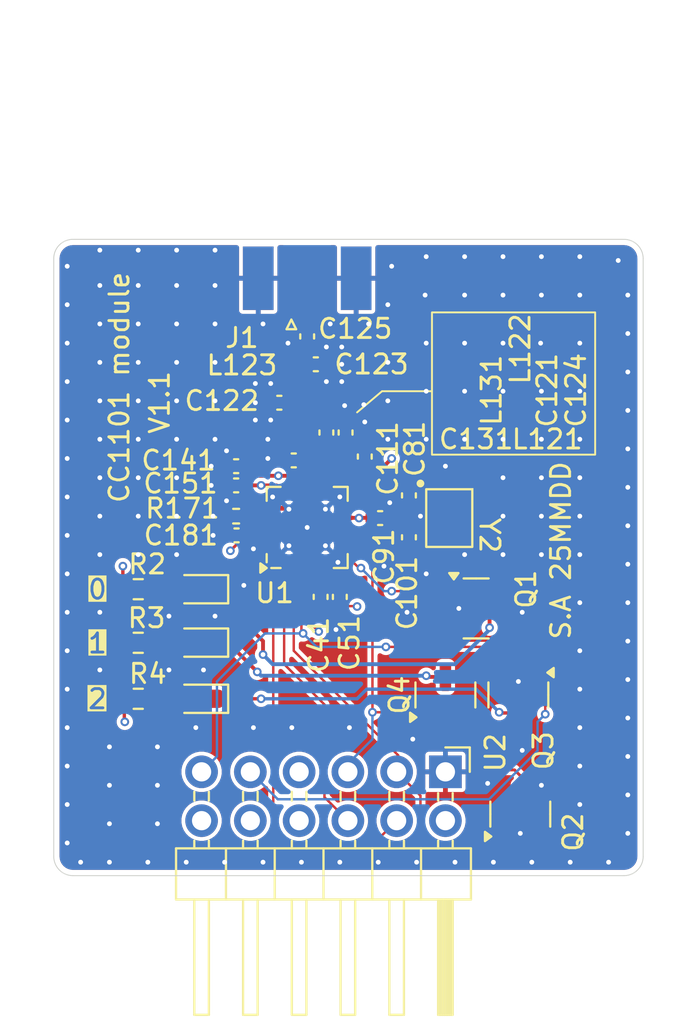
<source format=kicad_pcb>
(kicad_pcb (version 20241229) (generator "pcbnew") (generator_version "9.0")
  (title_block (comment 4 "AISLER Project ID: JYOHLIXK"))
  (layers (0 "F.Cu" signal) (4 "In1.Cu" signal) (6 "In2.Cu" signal) (2 "B.Cu" signal) (13 "F.Paste" user) (15 "B.Paste" user) (5 "F.SilkS" user "F.Silkscreen") (7 "B.SilkS" user "B.Silkscreen") (1 "F.Mask" user) (3 "B.Mask" user) (25 "Edge.Cuts" user))
  (net 0 "")
  (net 1 "GND")
  (net 2 "Net-(U1-XOSC_Q2)")
  (net 3 "Net-(U1-XOSC_Q1)")
  (net 4 "Net-(U1-RF_P)")
  (net 5 "VCC")
  (net 6 "Net-(U1-DCOUPL)")
  (net 7 "Net-(J1-In)")
  (net 8 "Net-(U1-RF_N)")
  (net 9 "Net-(D1-A)")
  (net 10 "Net-(D1-K)")
  (net 11 "Net-(D2-A)")
  (net 12 "Net-(D2-K)")
  (net 13 "Net-(D3-A)")
  (net 14 "Net-(D3-K)")
  (net 15 "GDO_0")
  (net 16 "MISO{slash}GDO_1")
  (net 17 "Net-(Q2-D)")
  (net 18 "GDO_2")
  (net 19 "~{CS}")
  (net 20 "Net-(U1-RBIAS)")
  (net 21 "MOSI")
  (net 22 "SCK")
  (net 27 "Net-(C121-Pad2)")
  (net 28 "Net-(C122-Pad2)")
  (net 29 "Net-(C123-Pad2)")
  (net 30 "Net-(C124-Pad2)")
  (footprint "Connector_RF:GCT RFPC-SMA31-FN-095" (layer "F.Cu") (at 141.8 69.925)
    (property "Reference" "J1")
    (property "Value" "SMA")
  )
  (footprint "Capacitor_SMD:C_0402_1005Metric" (layer "F.Cu") (at 142.25 76.1 180)
    (property "Reference" "C123")
    (property "Value" "5p6")
  )
  (footprint "Capacitor_SMD:C_0402_1005Metric" (layer "F.Cu") (at 144.8 80.9 -90)
    (property "Reference" "C111")
    (property "Value" "220p")
  )
  (footprint "Package_TO_SOT_SMD:SOT-23" (layer "F.Cu") (at 152.8 93.3 -90)
    (property "Reference" "Q3")
    (property "Value" "BSS138")
  )
  (footprint "Capacitor_SMD:C_0402_1005Metric" (layer "F.Cu") (at 143.5 88.2 90)
    (property "Reference" "C51")
    (property "Value" "100n")
  )
  (footprint "Capacitor_SMD:C_0402_1005Metric" (layer "F.Cu") (at 145.6 84.1 180)
    (property "Reference" "C91")
    (property "Value" "10n")
  )
  (footprint "Connector_PinHeader_2.54mm:PinHeader_2x06_P2.54mm_Horizontal" (layer "F.Cu") (at 149 97.3 -90)
    (property "Reference" "U2")
    (property "Value" "module_port_12pin")
  )
  (footprint "Package_TO_SOT_SMD:SOT-23" (layer "F.Cu") (at 150.6 88.8)
    (property "Reference" "Q1")
    (property "Value" "BSS138")
  )
  (footprint "Package_DFN_QFN:Texas_RGP0020H_VQFN-20-1EP_4x4mm_P0.5mm_EP2.4x2.4mm_ThermalVias" (layer "F.Cu") (at 141.8 84.5875 90)
    (property "Reference" "U1")
    (property "Value" "CC1101")
  )
  (footprint "Capacitor_SMD:C_0402_1005Metric" (layer "F.Cu") (at 143.8 79.65 -90)
    (property "Reference" "C124")
    (property "Value" "220p")
  )
  (footprint "Inductor_SMD:L_0402_1005Metric" (layer "F.Cu") (at 140.8 76.65 90)
    (property "Reference" "L123")
    (property "Value" "27n")
  )
  (footprint "Capacitor_SMD:C_0402_1005Metric" (layer "F.Cu") (at 141.8 74.65 90)
    (property "Reference" "C125")
    (property "Value" "220p")
  )
  (footprint "Capacitor_SMD:C_0402_1005Metric" (layer "F.Cu") (at 140.35 78.1)
    (property "Reference" "C122")
    (property "Value" "8p2")
  )
  (footprint "Capacitor_SMD:C_0402_1005Metric" (layer "F.Cu") (at 141.1 81.1)
    (property "Reference" "C131")
    (property "Value" "3p9")
  )
  (footprint "Resistor_SMD:R_0402_1005Metric" (layer "F.Cu") (at 138.1 84 180)
    (property "Reference" "R171")
    (property "Value" "56k")
  )
  (footprint "Capacitor_SMD:C_0402_1005Metric" (layer "F.Cu") (at 138.12 85 180)
    (property "Reference" "C181")
    (property "Value" "220p")
  )
  (footprint "LED_SMD:LED_0603_1608Metric" (layer "F.Cu") (at 136.2 93.5 180)
    (property "Reference" "D1" (hide yes))
    (property "Value" "GREEN")
  )
  (footprint "Inductor_SMD:L_0402_1005Metric" (layer "F.Cu") (at 143 81.1 180)
    (property "Reference" "L121")
    (property "Value" "27n")
  )
  (footprint "LED_SMD:LED_0603_1608Metric" (layer "F.Cu") (at 136.2 90.577326 180)
    (property "Reference" "D2" (hide yes))
    (property "Value" "GREEN")
  )
  (footprint "Capacitor_SMD:C_0402_1005Metric" (layer "F.Cu") (at 142.5 88.2 90)
    (property "Reference" "C41")
    (property "Value" "100n")
  )
  (footprint "Capacitor_SMD:C_0402_1005Metric" (layer "F.Cu") (at 142.8 79.65 90)
    (property "Reference" "C121")
    (property "Value" "3p9")
  )
  (footprint "Oscillators:CX2016SA26000D0FLJG1" (layer "F.Cu") (at 149.2 84.1 -90)
    (property "Reference" "Y2")
    (property "Value" "CX2016SA26000D0FLJG1")
  )
  (footprint "Capacitor_SMD:C_0402_1005Metric" (layer "F.Cu") (at 147.1 85.1 90)
    (property "Reference" "C101")
    (property "Value" "13p")
  )
  (footprint "Package_TO_SOT_SMD:SOT-23" (layer "F.Cu") (at 149 93.3 90)
    (property "Reference" "Q4")
    (property "Value" "BSS138")
  )
  (footprint "Inductor_SMD:L_0402_1005Metric" (layer "F.Cu") (at 141.8 78.5 90)
    (property "Reference" "L122")
    (property "Value" "22n")
  )
  (footprint "Inductor_SMD:L_0402_1005Metric" (layer "F.Cu") (at 140.8 79.65 90)
    (property "Reference" "L131")
    (property "Value" "27n")
  )
  (footprint "LED_SMD:LED_0603_1608Metric" (layer "F.Cu") (at 136.2 87.8 180)
    (property "Reference" "D3" (hide yes))
    (property "Value" "GREEN")
  )
  (footprint "Capacitor_SMD:C_0402_1005Metric" (layer "F.Cu") (at 147.1 82.92 -90)
    (property "Reference" "C81")
    (property "Value" "13p")
  )
  (footprint "Resistor_SMD:R_0603_1608Metric" (layer "F.Cu") (at 133 93.5)
    (property "Reference" "R4")
    (property "Value" "560")
  )
  (footprint "Package_TO_SOT_SMD:SOT-23" (layer "F.Cu") (at 152.9 99.5 90)
    (property "Reference" "Q2")
    (property "Value" "BSS138")
  )
  (footprint "Resistor_SMD:R_0603_1608Metric" (layer "F.Cu") (at 133 90.587326)
    (property "Reference" "R3")
    (property "Value" "560")
  )
  (footprint "Capacitor_SMD:C_0402_1005Metric" (layer "F.Cu") (at 138.1 81.4)
    (property "Reference" "C141")
    (property "Value" "10n")
  )
  (footprint "Capacitor_SMD:C_0402_1005Metric" (layer "F.Cu") (at 138.1 82.4)
    (property "Reference" "C151")
    (property "Value" "220p")
  )
  (footprint "Resistor_SMD:R_0603_1608Metric" (layer "F.Cu") (at 133 87.8)
    (property "Reference" "R2")
    (property "Value" "560")
  )
  (gr_line (start 148.3 77.5) (end 145.7 77.5) (stroke (width 0.1)) (layer "F.SilkS"))
  (gr_line (start 145.7 77.5) (end 144.4 78.6) (stroke (width 0.1)) (layer "F.SilkS"))
  (gr_rect (start 148.3 73.4) (end 156.8 80.8) (stroke (width 0.1)) (fill no) (layer "F.SilkS"))
  (gr_arc (start 129.6 102.7) (mid 128.892893 102.407107) (end 128.6 101.7) (stroke (width 0.05)) (layer "Edge.Cuts"))
  (gr_line (start 159.3 70.6) (end 159.3 101.7) (stroke (width 0.05)) (layer "Edge.Cuts"))
  (gr_line (start 158.3 102.7) (end 129.6 102.7) (stroke (width 0.05)) (layer "Edge.Cuts"))
  (gr_arc (start 128.6 70.6) (mid 128.892893 69.892893) (end 129.6 69.6) (stroke (width 0.05)) (layer "Edge.Cuts"))
  (gr_line (start 129.6 69.6) (end 158.3 69.6) (stroke (width 0.05)) (layer "Edge.Cuts"))
  (gr_arc (start 158.3 69.6) (mid 159.007107 69.892893) (end 159.3 70.6) (stroke (width 0.05)) (layer "Edge.Cuts"))
  (gr_arc (start 159.3 101.7) (mid 159.007107 102.407107) (end 158.3 102.7) (stroke (width 0.05)) (layer "Edge.Cuts"))
  (gr_line (start 128.6 101.7) (end 128.6 70.6) (stroke (width 0.05)) (layer "Edge.Cuts"))
  (gr_text "V1.1" (at 134.7 79.8 90) (layer "F.SilkS") (effects (font (size 1 1)) (justify left bottom)))
  (gr_text "S.A 25MMDD" (at 155.6 90.5 90) (layer "F.SilkS") (effects (font (size 1 1)) (justify left bottom)))
  (gr_text "0" (at 130.3 88.4 0) (layer "F.SilkS" knockout) (effects (font (size 1 1)) (justify left bottom)))
  (gr_text "1\n" (at 130.3 91.2 0) (layer "F.SilkS" knockout) (effects (font (size 1 1)) (justify left bottom)))
  (gr_text "CC1101 module" (at 132.6 83.4 90) (layer "F.SilkS") (effects (font (size 1 1)) (justify left bottom)))
  (gr_text "2\n" (at 130.3 94.1 0) (layer "F.SilkS" knockout) (effects (font (size 1 1)) (justify left bottom)))
  (segment (start 139.425001 85.0875) (end 138.912501 85.6) (width 0.125) (layer "F.Cu") (net 1))
  (segment (start 142.75 83.6375) (end 143.1875 83.2) (width 0.125) (layer "F.Cu") (net 1))
  (segment (start 139.9125 85.0875) (end 141.3 85.0875) (width 0.25) (layer "F.Cu") (net 1))
  (segment (start 140.62 81.1) (end 140.2 81.1) (width 0.125) (layer "F.Cu") (net 1))
  (segment (start 148.65 84.8) (end 148 84.8) (width 0.25) (layer "F.Cu") (net 1))
  (segment (start 142.5 89.1) (end 143.3 89.9) (width 0.125) (layer "F.Cu") (net 1))
  (segment (start 142.75 85.5375) (end 143.2 85.9875) (width 0.125) (layer "F.Cu") (net 1))
  (segment (start 140.85 83.6375) (end 140.4125 83.2) (width 0.125) (layer "F.Cu") (net 1))
  (segment (start 139.9125 85.0875) (end 139.425001 85.0875) (width 0.125) (layer "F.Cu") (net 1))
  (segment (start 140.8 83.5875) (end 140.85 83.6375) (width 0.125) (layer "F.Cu") (net 1))
  (segment (start 139.9125 83.5875) (end 140.8 83.5875) (width 0.25) (layer "F.Cu") (net 1))
  (segment (start 142.5 88.68) (end 142.5 89.1) (width 0.125) (layer "F.Cu") (net 1))
  (via (at 154 80) (size 0.45) (drill 0.25) (layers "F.Cu" "B.Cu") (net 1))
  (via (at 136.9 84) (size 0.45) (drill 0.25) (layers "F.Cu" "B.Cu") (net 1))
  (via (at 158.5 86.5) (size 0.45) (drill 0.25) (layers "F.Cu" "B.Cu") (net 1))
  (via (at 152 72.5) (size 0.45) (drill 0.25) (layers "F.Cu" "B.Cu") (net 1))
  (via (at 150 72.5) (size 0.45) (drill 0.25) (layers "F.Cu" "B.Cu") (net 1))
  (via (at 131 80) (size 0.45) (drill 0.25) (layers "F.Cu" "B.Cu") (net 1))
  (via (at 148 75) (size 0.45) (drill 0.25) (layers "F.Cu" "B.Cu") (net 1))
  (via (at 137 70.163273) (size 0.45) (drill 0.25) (layers "F.Cu" "B.Cu") (net 1))
  (via (at 135 82) (size 0.45) (drill 0.25) (layers "F.Cu" "B.Cu") (net 1))
  (via (at 146.2 71) (size 0.45) (drill 0.25) (layers "F.Cu" "B.Cu") (net 1))
  (via (at 156 91) (size 0.45) (drill 0.25) (layers "F.Cu" "B.Cu") (net 1))
  (via (at 158.5 72.5) (size 0.45) (drill 0.25) (layers "F.Cu" "B.Cu") (net 1))
  (via (at 136.4 92) (size 0.45) (drill 0.25) (layers "F.Cu" "B.Cu") (net 1))
  (via (at 154 86) (size 0.45) (drill 0.25) (layers "F.Cu" "B.Cu") (net 1))
  (via (at 130 102) (size 0.45) (drill 0.25) (layers "F.Cu" "B.Cu") (net 1))
  (via (at 149.5 102) (size 0.45) (drill 0.25) (layers "F.Cu" "B.Cu") (net 1))
  (via (at 131.5 100) (size 0.45) (drill 0.25) (layers "F.Cu" "B.Cu") (net 1))
  (via (at 146 76) (size 0.45) (drill 0.25) (layers "F.Cu" "B.Cu") (net 1))
  (via (at 156 95) (size 0.45) (drill 0.25) (layers "F.Cu" "B.Cu") (net 1))
  (via (at 143.75 78.25) (size 0.45) (drill 0.25) (layers "F.Cu" "B.Cu") (net 1))
  (via (at 154 98) (size 0.45) (drill 0.25) (layers "F.Cu" "B.Cu") (net 1))
  (via (at 144.75 78.2) (size 0.45) (drill 0.25) (layers "F.Cu" "B.Cu") (net 1))
  (via (at 156 93) (size 0.45) (drill 0.25) (layers "F.Cu" "B.Cu") (net 1))
  (via (at 134.6 89.2) (size 0.45) (drill 0.25) (layers "F.Cu" "B.Cu") (net 1))
  (via (at 156 80) (size 0.45) (drill 0.25) (layers "F.Cu" "B.Cu") (net 1))
  (via (at 135 84) (size 0.45) (drill 0.25) (layers "F.Cu" "B.Cu") (net 1))
  (via (at 147.94236 72.5) (size 0.45) (drill 0.25) (layers "F.Cu" "B.Cu") (net 1))
  (via (at 133 86) (size 0.45) (drill 0.25) (layers "F.Cu" "B.Cu") (net 1))
  (via (at 131 72) (size 0.45) (drill 0.25) (layers "F.Cu" "B.Cu") (net 1))
  (via (at 137.6 80.6) (size 0.45) (drill 0.25) (layers "F.Cu" "B.Cu") (net 1))
  (via (at 139.9 77.1) (size 0.45) (drill 0.25) (layers "F.Cu" "B.Cu") (net 1))
  (via (at 144.8 79.1) (size 0.45) (drill 0.25) (layers "F.Cu" "B.Cu") (net 1))
  (via (at 154 84) (size 0.45) (drill 0.25) (layers "F.Cu" "B.Cu") (net 1))
  (via (at 156 82) (size 0.45) (drill 0.25) (layers "F.Cu" "B.Cu") (net 1))
  (via (at 133 84) (size 0.45) (drill 0.25) (layers "F.Cu" "B.Cu") (net 1))
  (via (at 148 87) (size 0.45) (drill 0.25) (layers "F.Cu" "B.Cu") (net 1))
  (via (at 147 89) (size 0.45) (drill 0.25) (layers "F.Cu" "B.Cu") (net 1))
  (via (at 157.5 102) (size 0.45) (drill 0.25) (layers "F.Cu" "B.Cu") (net 1))
  (via (at 137 78) (size 0.45) (drill 0.25) (layers "F.Cu" "B.Cu") (net 1))
  (via (at 141.5 102) (size 0.45) (drill 0.25) (layers "F.Cu" "B.Cu") (net 1))
  (via (at 156 86) (size 0.45) (drill 0.25) (layers "F.Cu" "B.Cu") (net 1))
  (via (at 129.3 79) (size 0.45) (drill 0.25) (layers "F.Cu" "B.Cu") (net 1))
  (via (at 156 84) (size 0.45) (drill 0.25) (layers "F.Cu" "B.Cu") (net 1))
  (via (at 146 80) (size 0.45) (drill 0.25) (layers "F.Cu" "B.Cu") (net 1))
  (via (at 153.958111 75) (size 0.45) (drill 0.25) (layers "F.Cu" "B.Cu") (net 1))
  (via (at 133 78) (size 0.45) (drill 0.25) (layers "F.Cu" "B.Cu") (net 1))
  (via (at 150 77.5) (size 0.45) (drill 0.25) (layers "F.Cu" "B.Cu") (net 1))
  (via (at 158.5 100.5) (size 0.45) (drill 0.25) (layers "F.Cu" "B.Cu") (net 1))
  (via (at 148 70.5) (size 0.45) (drill 0.25) (layers "F.Cu" "B.Cu") (net 1))
  (via (at 135 74) (size 0.45) (drill 0.25) (layers "F.Cu" "B.Cu") (net 1))
  (via (at 158 70.7) (size 0.45) (drill 0.25) (layers "F.Cu" "B.Cu") (net 1))
  (via (at 149 81.4) (size 0.45) (drill 0.25) (layers "F.Cu" "B.Cu") (net 1))
  (via (at 154 70.5) (size 0.45) (drill 0.25) (layers "F.Cu" "B.Cu") (net 1))
  (via (at 144 95) (size 0.45) (drill 0.25) (layers "F.Cu" "B.Cu") (net 1))
  (via (at 155.5 102) (size 0.45) (drill 0.25) (layers "F.Cu" "B.Cu") (net 1))
  (via (at 133 80) (size 0.45) (drill 0.25) (layers "F.Cu" "B.Cu") (net 1))
  (via (at 158.5 76.5) (size 0.45) (drill 0.25) (layers "F.Cu" "B.Cu") (net 1))
  (via (at 146.1 83.3) (size 0.45) (drill 0.25) (layers "F.Cu" "B.Cu") (net 1))
  (via (at 135.5 102) (size 0.45) (drill 0.25) (layers "F.Cu" "B.Cu") (net 1))
  (via (at 135 72) (size 0.45) (drill 0.25) (layers "F.Cu" "B.Cu") (net 1))
  (via (at 145 74) (size 0.45) (drill 0.25) (layers "F.Cu" "B.Cu") (net 1))
  (via (at 134 100) (size 0.45) (drill 0.25) (layers "F.Cu" "B.Cu") (net 1))
  (via (at 156 75) (size 0.45) (drill 0.25) (layers "F.Cu" "B.Cu") (net 1))
  (via (at 139 85.7) (size 0.45) (drill 0.25) (layers "F.Cu" "B.Cu") (net 1))
  (via (at 137 72) (size 0.45) (drill 0.25) (layers "F.Cu" "B.Cu") (net 1))
  (via (at 136.8 82.4) (size 0.45) (drill 0.25) (layers "F.Cu" "B.Cu") (net 1))
  (via (at 129.3 81) (size 0.45) (drill 0.25) (layers "F.Cu" "B.Cu") (net 1))
  (via (at 152 75) (size 0.45) (drill 0.25) (layers "F.Cu" "B.Cu") (net 1))
  (via (at 129.3 85) (size 0.45) (drill 0.25) (layers "F.Cu" "B.Cu") (net 1))
  (via (at 137 80) (size 0.45) (drill 0.25) (layers "F.Cu" "B.Cu") (net 1))
  (via (at 135 78) (size 0.45) (drill 0.25) (layers "F.Cu" "B.Cu") (net 1))
  (via (at 129.3 91) (size 0.45) (drill 0.25) (layers "F.Cu" "B.Cu") (net 1))
  (via (at 143.6 75.2) (size 0.45) (drill 0.25) (layers "F.Cu" "B.Cu") (net 1))
  (via (at 140.8 75) (size 0.45) (drill 0.25) (layers "F.Cu" "B.Cu") (net 1))
  (via (at 131.5 102) (size 0.45) (drill 0.25) (layers "F.Cu" "B.Cu") (net 1))
  (via (at 135 80) (size 0.45) (drill 0.25) (layers "F.Cu" "B.Cu") (net 1))
  (via (at 138.5 87.6) (size 0.45) (drill 0.25) (layers "F.Cu" "B.Cu") (net 1))
  (via (at 131 89) (size 0.45) (drill 0.25) (layers "F.Cu" "B.Cu") (net 1))
  (via (at 148 77.5) (size 0.45) (drill 0.25) (layers "F.Cu" "B.Cu") (net 1))
  (via (at 150 75) (size 0.45) (drill 0.25) (layers "F.Cu" "B.Cu") (net 1))
  (via (at 152 84) (size 0.45) (drill 0.25) (layers "F.Cu" "B.Cu") (net 1))
  (via (at 143.5 102) (size 0.45) (drill 0.25) (layers "F.Cu" "B.Cu") (net 1))
  (via (at 156 97) (size 0.45) (drill 0.25) (layers "F.Cu" "B.Cu") (net 1))
  (via (at 129.3 77) (size 0.45) (drill 0.25) (layers "F.Cu" "B.Cu") (net 1))
  (via (at 152.8 92.6) (size 0.45) (drill 0.25) (layers "F.Cu" "B.Cu") (net 1))
  (via (at 143.6 77) (size 0.45) (drill 0.25) (layers "F.Cu" "B.Cu") (net 1))
  (via (at 158.5 88.5) (size 0.45) (drill 0.25) (layers "F.Cu" "B.Cu") (net 1))
  (via (at 153 89) (size 0.45) (drill 0.25) (layers "F.Cu" "B.Cu") (net 1))
  (via (at 148 80) (size 0.45) (drill 0.25) (layers "F.Cu" "B.Cu") (net 1))
  (via (at 152.9 100.5) (size 0.45) (drill 0.25) (layers "F.Cu" "B.Cu") (net 1))
  (via (at 137 89.2) (size 0.45) (drill 0.25) (layers "F.Cu" "B.Cu") (net 1))
  (via (at 140 83) (size 0.45) (drill 0.25) (layers "F.Cu" "B.Cu") (net 1))
  (via (at 156 70.5) (size 0.45) (drill 0.25) (layers "F.Cu" "B.Cu") (net 1))
  (via (at 133 82) (size 0.45) (drill 0.25) (layers "F.Cu" "B.Cu") (net 1))
  (via (at 133 72) (size 0.45) (drill 0.25) (layers "F.Cu" "B.Cu") (net 1))
  (via (at 158.5 78.5) (size 0.45) (drill 0.25) (layers "F.Cu" "B.Cu") (net 1))
  (via (at 131 74) (size 0.45) (drill 0.25) (layers "F.Cu" "B.Cu") (net 1))
  (via (at 139.9 79) (size 0.45) (drill 0.25) (layers "F.Cu" "B.Cu") (net 1))
  (via (at 152 70.5) (size 0.45) (drill 0.25) (layers "F.Cu" "B.Cu") (net 1))
  (via (at 129.3 83) (size 0.45) (drill 0.25) (layers "F.Cu" "B.Cu") (net 1))
  (via (at 133 76) (size 0.45) (drill 0.25) (layers "F.Cu" "B.Cu") (net 1))
  (via (at 151.5 102) (size 0.45) (drill 0.25) (layers "F.Cu" "B.Cu") (net 1))
  (via (at 139 95) (size 0.45) (drill 0.25) (layers "F.Cu" "B.Cu") (net 1))
  (via (at 142.8 77) (size 0.45) (drill 0.25) (layers "F.Cu" "B.Cu") (net 1))
  (via (at 147.5 102) (size 0.45) (drill 0.25) (layers "F.Cu" "B.Cu") (net 1))
  (via (at 158.5 90.5) (size 0.45) (drill 0.25) (layers "F.Cu" "B.Cu") (net 1))
  (via (at 136.9 85) (size 0.45) (drill 0.25) (layers "F.Cu" "B.Cu") (net 1))
  (via (at 134 96) (size 0.45) (drill 0.25) (layers "F.Cu" "B.Cu") (net 1))
  (via (at 145.8 86.6) (size 0.45) (drill 0.25) (layers "F.Cu" "B.Cu") (net 1))
  (via (at 129.3 93) (size 0.45) (drill 0.25) (layers "F.Cu" "B.Cu") (net 1))
  (via (at 131 70.163273) (size 0.45) (drill 0.25) (layers "F.Cu" "B.Cu") (net 1))
  (via (at 131.5 98) (size 0.45) (drill 0.25) (layers "F.Cu" "B.Cu") (net 1))
  (via (at 131 76) (size 0.45) (drill 0.25) (layers "F.Cu" "B.Cu") (net 1))
  (via (at 139.75 81) (size 0.45) (drill 0.25) (layers "F.Cu" "B.Cu") (net 1))
  (via (at 129.3 99) (size 0.45) (drill 0.25) (layers "F.Cu" "B.Cu") (net 1))
  (via (at 158.5 80.5) (size 0.45) (drill 0.25) (layers "F.Cu" "B.Cu") (net 1))
  (via (at 139.5 102) (size 0.45) (drill 0.25) (layers "F.Cu" "B.Cu") (net 1))
  (via (at 135 76) (size 0.45) (drill 0.25) (layers "F.Cu" "B.Cu") (net 1))
  (via (at 137 74) (size 0.45) (drill 0.25) (layers "F.Cu" "B.Cu") (net 1))
  (via (at 129.3 87) (size 0.45) (drill 0.25) (layers "F.Cu" "B.Cu") (net 1))
  (via (at 137.6 83.2) (size 0.45) (drill 0.25) (layers "F.Cu" "B.Cu") (net 1))
  (via (at 143.5 83) (size 0.45) (drill 0.25) (layers "F.Cu" "B.Cu") (net 1))
  (via (at 133 74) (size 0.45) (drill 0.25) (layers "F.Cu" "B.Cu") (net 1))
  (via (at 131 82) (size 0.45) (drill 0.25) (layers "F.Cu" "B.Cu") (net 1))
  (via (at 139.1 77.1) (size 0.45) (drill 0.25) (layers "F.Cu" "B.Cu") (net 1))
  (via (at 137 76) (size 0.45) (drill 0.25) (layers "F.Cu" "B.Cu") (net 1))
  (via (at 139.5 74) (size 0.45) (drill 0.25) (layers "F.Cu" "B.Cu") (net 1))
  (via (at 133 70.163273) (size 0.45) (drill 0.25) (layers "F.Cu" "B.Cu") (net 1))
  (via (at 137.5 102) (size 0.45) (drill 0.25) (layers "F.Cu" "B.Cu") (net 1))
  (via (at 147.7 84) (size 0.45) (drill 0.25) (layers "F.Cu" "B.Cu") (net 1))
  (via (at 156 77.5) (size 0.45) (drill 0.25) (layers "F.Cu" "B.Cu") (net 1))
  (via (at 134 98) (size 0.45) (drill 0.25) (layers "F.Cu" "B.Cu") (net 1))
  (via (at 154 77.5) (size 0.45) (drill 0.25) (layers "F.Cu" "B.Cu") (net 1))
  (via (at 153 96.183936) (size 0.45) (drill 0.25) (layers "F.Cu" "B.Cu") (net 1))
  (via (at 150 80) (size 0.45) (drill 0.25) (layers "F.Cu" "B.Cu") (net 1))
  (via (at 150 70.5) (size 0.45) (drill 0.25) (layers "F.Cu" "B.Cu") (net 1))
  (via (at 158.5 84.5) (size 0.45) (drill 0.25) (layers "F.Cu" "B.Cu") (net 1))
  (via (at 129.3 95) (size 0.45) (drill 0.25) (layers "F.Cu" "B.Cu") (net 1))
  (via (at 135 86) (size 0.45) (drill 0.25) (layers "F.Cu" "B.Cu") (net 1))
  (via (at 143.3 89.9) (size 0.45) (drill 0.25) (layers "F.Cu" "B.Cu") (net 1))
  (via (at 129.3 89) (size 0.45) (drill 0.25) (layers "F.Cu" "B.Cu") (net 1))
  (via (at 154 72.5) (size 0.45) (drill 0.25) (layers "F.Cu" "B.Cu") (net 1))
  (via (at 131.5 96) (size 0.45) (drill 0.25) (layers "F.Cu" "B.Cu") (net 1))
  (via (at 146 78) (size 0.45) (drill 0.25) (layers "F.Cu" "B.Cu") (net 1))
  (via (at 133.5 102) (size 0.45) (drill 0.25) (layers "F.Cu" "B.Cu") (net 1))
  (via (at 151.2 97.9) (size 0.45) (drill 0.25) (layers "F.Cu" "B.Cu") (net 1))
  (via (at 131 84) (size 0.45) (drill 0.25) (layers "F.Cu" "B.Cu") (net 1))
  (via (at 145.5 102) (size 0.45) (drill 0.25) (layers "F.Cu" "B.Cu") (net 1))
  (via (at 150 86) (size 0.45) (drill 0.25) (layers "F.Cu" "B.Cu") (net 1))
  (via (at 143 74) (size 0.45) (drill 0.25) (layers "F.Cu" "B.Cu") (net 1))
  (via (at 129.3 101) (size 0.45) (drill 0.25) (layers "F.Cu" "B.Cu") (net 1))
  (via (at 141 95) (size 0.45) (drill 0.25) (layers "F.Cu" "B.Cu") (net 1))
  (via (at 129.3 97) (size 0.45) (drill 0.25) (layers "F.Cu" "B.Cu") (net 1))
  (via (at 134.6 92) (size 0.45) (drill 0.25) (layers "F.Cu" "B.Cu") (net 1))
  (via (at 147.3 95.6) (size 0.45) (drill 0.25) (layers "F.Cu" "B.Cu") (net 1))
  (via (at 131 86) (size 0.45) (drill 0.25) (layers "F.Cu" "B.Cu") (net 1))
  (via (at 129.3 73) (size 0.45) (drill 0.25) (layers "F.Cu" "B.Cu") (net 1))
  (via (at 131 92) (size 0.45) (drill 0.25) (layers "F.Cu" "B.Cu") (net 1))
  (via (at 154 82) (size 0.45) (drill 0.25) (layers "F.Cu" "B.Cu") (net 1))
  (via (at 153.5 102) (size 0.45) (drill 0.25) (layers "F.Cu" "B.Cu") (net 1))
  (via (at 158.5 96.5) (size 0.45) (drill 0.25) (layers "F.Cu" "B.Cu") (net 1))
  (via (at 129.3 75) (size 0.45) (drill 0.25) (layers "F.Cu" "B.Cu") (net 1))
  (via (at 152 80) (size 0.45) (drill 0.25) (layers "F.Cu" "B.Cu") (net 1))
  (via (at 158.5 98.5) (size 0.45) (drill 0.25) (layers "F.Cu" "B.Cu") (net 1))
  (via (at 139.1 79) (size 0.45) (drill 0.25) (layers "F.Cu" "B.Cu") (net 1))
  (via (at 152 82) (size 0.45) (drill 0.25) (layers "F.Cu" "B.Cu") (net 1))
  (via (at 136.8 81.4) (size 0.45) (drill 0.25) (layers "F.Cu" "B.Cu") (net 1))
  (via (at 158.5 92.5) (size 0.45) (drill 0.25) (layers "F.Cu" "B.Cu") (net 1))
  (via (at 158.5 82.5) (size 0.45) (drill 0.25) (layers "F.Cu" "B.Cu") (net 1))
  (via (at 139.75 80) (size 0.45) (drill 0.25) (layers "F.Cu" "B.Cu") (net 1))
  (via (at 156 72.5) (size 0.45) (drill 0.25) (layers "F.Cu" "B.Cu") (net 1))
  (via (at 158.5 74.5) (size 0.45) (drill 0.25) (layers "F.Cu" "B.Cu") (net 1))
  (via (at 136 95) (size 0.45) (drill 0.25) (layers "F.Cu" "B.Cu") (net 1))
  (via (at 142.8 75.2) (size 0.45) (drill 0.25) (layers "F.Cu" "B.Cu") (net 1))
  (via (at 156 88.5) (size 0.45) (drill 0.25) (layers "F.Cu" "B.Cu") (net 1))
  (via (at 146 73) (size 0.45) (drill 0.25) (layers "F.Cu" "B.Cu") (net 1))
  (via (at 135 70.163273) (size 0.45) (drill 0.25) (layers "F.Cu" "B.Cu") (net 1))
  (via (at 156 99) (size 0.45) (drill 0.25) (layers "F.Cu" "B.Cu") (net 1))
  (via (at 158.5 94.5) (size 0.45) (drill 0.25) (layers "F.Cu" "B.Cu") (net 1))
  (via (at 129.3 71) (size 0.45) (drill 0.25) (layers "F.Cu" "B.Cu") (net 1))
  (via (at 139.1 78.1) (size 0.45) (drill 0.25) (layers "F.Cu" "B.Cu") (net 1))
  (via (at 143.6 76.1) (size 0.45) (drill 0.25) (layers "F.Cu" "B.Cu") (net 1))
  (via (at 131 78) (size 0.45) (drill 0.25) (layers "F.Cu" "B.Cu") (net 1))
  (via (at 143.4 86.4) (size 0.45) (drill 0.25) (layers "F.Cu" "B.Cu") (net 1))
  (via (at 149.7 88.8) (size 0.45) (drill 0.25) (layers "F.Cu" "B.Cu") (net 1))
  (via (at 152 86) (size 0.45) (drill 0.25) (layers "F.Cu" "B.Cu") (net 1))
  (via (at 152 77.5) (size 0.45) (drill 0.25) (layers "F.Cu" "B.Cu") (net 1))
  (segment (start 148.65 83.4) (end 148.65 83.45) (width 0.125) (layer "F.Cu") (net 2))
  (segment (start 148.65 82.75) (end 148.65 83.4) (width 0.125) (layer "F.Cu") (net 2))
  (segment (start 143.6875 83.5875) (end 144.3125 83.5875) (width 0.125) (layer "F.Cu") (net 2))
  (segment (start 145.46 82.44) (end 147.4 82.44) (width 0.125) (layer "F.Cu") (net 2))
  (segment (start 144.3125 83.5875) (end 145.46 82.44) (width 0.125) (layer "F.Cu") (net 2))
  (segment (start 147.4 82.44) (end 148.34 82.44) (width 0.125) (layer "F.Cu") (net 2))
  (segment (start 148.34 82.44) (end 148.65 82.75) (width 0.125) (layer "F.Cu") (net 2))
  (segment (start 147.1 85.58) (end 149.545 85.58) (width 0.125) (layer "F.Cu") (net 3))
  (segment (start 144.405242 84.5875) (end 144.517742 84.7) (width 0.125) (layer "F.Cu") (net 3))
  (segment (start 147.08 85.6) (end 147.1 85.58) (width 0.125) (layer "F.Cu") (net 3))
  (segment (start 143.6875 84.5875) (end 144.405242 84.5875) (width 0.125) (layer "F.Cu") (net 3))
  (segment (start 144.517742 84.7) (end 145.2 84.7) (width 0.125) (layer "F.Cu") (net 3))
  (segment (start 145.2 84.7) (end 146.1 85.6) (width 0.125) (layer "F.Cu") (net 3))
  (segment (start 149.545 85.58) (end 149.75 85.375) (width 0.125) (layer "F.Cu") (net 3))
  (segment (start 146.1 85.6) (end 147.08 85.6) (width 0.125) (layer "F.Cu") (net 3))
  (segment (start 149.75 85.375) (end 149.75 84.8) (width 0.125) (layer "F.Cu") (net 3))
  (segment (start 142.8 80.13) (end 142.515 80.415) (width 0.125) (layer "F.Cu") (net 4))
  (segment (start 142.515 80.415) (end 142.515 80.9) (width 0.125) (layer "F.Cu") (net 4))
  (segment (start 142.3 81.515) (end 142.515 81.3) (width 0.125) (layer "F.Cu") (net 4))
  (segment (start 142.515 80.9) (end 142.715 81.1) (width 0.125) (layer "F.Cu") (net 4))
  (segment (start 142.3 82.7) (end 142.3 81.515) (width 0.125) (layer "F.Cu") (net 4))
  (segment (start 142.715 81.1) (end 142.515 81.1) (width 0.125) (layer "F.Cu") (net 4))
  (segment (start 142.515 81.3) (end 142.515 81.1) (width 0.125) (layer "F.Cu") (net 4))
  (segment (start 141.9265 89.5265) (end 142.4 90) (width 0.125) (layer "F.Cu") (net 5))
  (segment (start 132.275 93.6) (end 132.175 93.5) (width 0.175) (layer "F.Cu") (net 5))
  (segment (start 140.2 82.4) (end 138.58 82.4) (width 0.2) (layer "F.Cu") (net 5))
  (segment (start 142.9 82) (end 144.18 82) (width 0.2) (layer "F.Cu") (net 5))
  (segment (start 132.275 93.4) (end 132.275 90.687326) (width 0.175) (layer "F.Cu") (net 5))
  (segment (start 142.3 87.52) (end 142.5 87.72) (width 0.125) (layer "F.Cu") (net 5))
  (segment (start 139.08 81.9) (end 138.58 81.4) (width 0.2) (layer "F.Cu") (net 5))
  (segment (start 140.5 82.7) (end 140.2 82.4) (width 0.2) (layer "F.Cu") (net 5))
  (segment (start 132.2 87.775) (end 132.175 87.8) (width 0.175) (layer "F.Cu") (net 5))
  (segment (start 145.82 81.38) (end 146.2 81) (width 0.2) (layer "F.Cu") (net 5))
  (segment (start 132.175 93.5) (end 132.275 93.4) (width 0.175) (layer "F.Cu") (net 5))
  (segment (start 132.2 86.6) (end 132.2 87.775) (width 0.175) (layer "F.Cu") (net 5))
  (segment (start 144.8 81.38) (end 145.82 81.38) (width 0.2) (layer "F.Cu") (net 5))
  (segment (start 140.8 82.7) (end 140.5 82.7) (width 0.2) (layer "F.Cu") (net 5))
  (segment (start 132.175 90.587326) (end 132.175 87.8) (width 0.175) (layer "F.Cu") (net 5))
  (segment (start 142.8 82.1) (end 142.9 82) (width 0.2) (layer "F.Cu") (net 5))
  (segment (start 144.18 82) (end 144.8 81.38) (width 0.2) (layer "F.Cu") (net 5))
  (segment (start 141.1 81.9) (end 139.08 81.9) (width 0.2) (layer "F.Cu") (net 5))
  (segment (start 143.6875 84.0875) (end 145.1075 84.0875) (width 0.2) (layer "F.Cu") (net 5))
  (segment (start 132.275 94.675) (end 132.275 93.6) (width 0.175) (layer "F.Cu") (net 5))
  (segment (start 142.8 82.7) (end 142.8 82.1) (width 0.2) (layer "F.Cu") (net 5))
  (segment (start 141.9265 88.2935) (end 141.9265 89.5265) (width 0.125) (layer "F.Cu") (net 5))
  (segment (start 145.1075 84.0875) (end 145.12 84.1) (width 0.2) (layer "F.Cu") (net 5))
  (segment (start 138.58 82.4) (end 138.58 81.4) (width 0.2) (layer "F.Cu") (net 5))
  (segment (start 139.4125 84.5875) (end 139 85) (width 0.15) (layer "F.Cu") (net 5))
  (segment (start 139 85) (end 138.6 85) (width 0.15) (layer "F.Cu") (net 5))
  (segment (start 138.6 85) (end 137.8 85.8) (width 0.15) (layer "F.Cu") (net 5))
  (segment (start 139.9125 84.5875) (end 139.4125 84.5875) (width 0.15) (layer "F.Cu") (net 5))
  (segment (start 132.3 94.7) (end 132.275 94.675) (width 0.175) (layer "F.Cu") (net 5))
  (segment (start 144.38 88.68) (end 144.4 88.7) (width 0.125) (layer "F.Cu") (net 5))
  (segment (start 143.5 88.68) (end 144.38 88.68) (width 0.125) (layer "F.Cu") (net 5))
  (segment (start 132.275 90.687326) (end 132.175 90.587326) (width 0.175) (layer "F.Cu") (net 5))
  (segment (start 142.3 86.475) (end 142.3 87.52) (width 0.125) (layer "F.Cu") (net 5))
  (segment (start 141.3 82.7) (end 141.3 82.1) (width 0.2) (layer "F.Cu") (net 5))
  (segment (start 141.3 82.1) (end 141.1 81.9) (width 0.2) (layer "F.Cu") (net 5))
  (segment (start 142.5 87.72) (end 141.9265 88.2935) (width 0.125) (layer "F.Cu") (net 5))
  (via (at 142.4 90) (size 0.45) (drill 0.25) (layers "F.Cu" "B.Cu") (net 5))
  (via (at 144.5 84.1) (size 0.45) (drill 0.25) (layers "F.Cu" "B.Cu") (net 5))
  (via (at 132.3 94.7) (size 0.45) (drill 0.25) (layers "F.Cu" "B.Cu") (net 5))
  (via (at 140.3 81.9) (size 0.45) (drill 0.25) (layers "F.Cu" "B.Cu") (net 5))
  (via (at 137.8 85.8) (size 0.45) (drill 0.25) (layers "F.Cu" "B.Cu") (net 5))
  (via (at 146.2 81) (size 0.45) (drill 0.25) (layers "F.Cu" "B.Cu") (net 5))
  (via (at 132.2 86.6) (size 0.45) (drill 0.25) (layers "F.Cu" "B.Cu") (net 5))
  (via (at 144.4 88.7) (size 0.45) (drill 0.25) (layers "F.Cu" "B.Cu") (net 5))
  (via (at 139.4 82.4) (size 0.45) (drill 0.25) (layers "F.Cu" "B.Cu") (net 5))
  (segment (start 142.8 87.02) (end 143.5 87.72) (width 0.125) (layer "F.Cu") (net 6))
  (segment (start 142.8 86.475) (end 142.8 87.02) (width 0.125) (layer "F.Cu") (net 6))
  (segment (start 141.8 74.17) (end 141.8 71.5) (width 0.6) (layer "F.Cu") (net 7))
  (segment (start 141.2 80.72) (end 141.58 81.1) (width 0.125) (layer "F.Cu") (net 8))
  (segment (start 140.85 80.135) (end 141.2 80.485) (width 0.125) (layer "F.Cu") (net 8))
  (segment (start 141.2 80.485) (end 141.2 80.72) (width 0.125) (layer "F.Cu") (net 8))
  (segment (start 141.8 82.7) (end 141.8 81.32) (width 0.125) (layer "F.Cu") (net 8))
  (segment (start 140.8 80.135) (end 140.85 80.135) (width 0.125) (layer "F.Cu") (net 8))
  (segment (start 141.8 81.32) (end 141.58 81.1) (width 0.125) (layer "F.Cu") (net 8))
  (segment (start 135.4125 93.5) (end 133.825 93.5) (width 0.175) (layer "F.Cu") (net 9))
  (segment (start 139.4 93.5) (end 136.9875 93.5) (width 0.175) (layer "F.Cu") (net 10))
  (segment (start 152.8 94.2375) (end 151.8375 94.2375) (width 0.175) (layer "F.Cu") (net 10))
  (segment (start 151.8375 94.2375) (end 151.8 94.2) (width 0.175) (layer "F.Cu") (net 10))
  (via (at 139.4 93.5) (size 0.45) (drill 0.25) (layers "F.Cu" "B.Cu") (net 10))
  (via (at 151.8 94.2) (size 0.45) (drill 0.25) (layers "F.Cu" "B.Cu") (net 10))
  (segment (start 144.4 93.5) (end 144.9 93) (width 0.175) (layer "B.Cu") (net 10))
  (segment (start 139.4 93.5) (end 144.4 93.5) (width 0.175) (layer "B.Cu") (net 10))
  (segment (start 144.9 93) (end 150.6 93) (width 0.175) (layer "B.Cu") (net 10))
  (segment (start 150.6 93) (end 151.8 94.2) (width 0.175) (layer "B.Cu") (net 10))
  (segment (start 133.825 90.587326) (end 134.75427 90.587326) (width 0.2) (layer "F.Cu") (net 11))
  (segment (start 134.76427 90.577326) (end 135.4125 90.577326) (width 0.2) (layer "F.Cu") (net 11))
  (segment (start 134.75427 90.587326) (end 134.76427 90.577326) (width 0.2) (layer "F.Cu") (net 11))
  (segment (start 137.7 90.6) (end 137.010174 90.6) (width 0.2) (layer "F.Cu") (net 12))
  (segment (start 148.0625 92.3625) (end 148 92.3) (width 0.2) (layer "F.Cu") (net 12))
  (segment (start 137.010174 90.6) (end 136.9875 90.577326) (width 0.2) (layer "F.Cu") (net 12))
  (segment (start 149 92.3625) (end 148.0625 92.3625) (width 0.2) (layer "F.Cu") (net 12))
  (segment (start 139.2 92.1) (end 137.7 90.6) (width 0.2) (layer "F.Cu") (net 12))
  (via (at 139.2 92.1) (size 0.45) (drill 0.25) (layers "F.Cu" "B.Cu") (net 12))
  (via (at 148 92.3) (size 0.45) (drill 0.25) (layers "F.Cu" "B.Cu") (net 12))
  (segment (start 139.4 92.3) (end 139.2 92.1) (width 0.2) (layer "B.Cu") (net 12))
  (segment (start 148 92.3) (end 139.4 92.3) (width 0.2) (layer "B.Cu") (net 12))
  (segment (start 133.825 87.8) (end 135.4125 87.8) (width 0.2) (layer "F.Cu") (net 13))
  (segment (start 139.5 90.5) (end 137.1 88.1) (width 0.2) (layer "F.Cu") (net 14))
  (segment (start 137.1 88.1) (end 137.1 87.9125) (width 0.2) (layer "F.Cu") (net 14))
  (segment (start 151.3 89.8) (end 151.3 89.0375) (width 0.2) (layer "F.Cu") (net 14))
  (segment (start 139.5 91.2) (end 139.5 90.5) (width 0.2) (layer "F.Cu") (net 14))
  (segment (start 137.1 87.9125) (end 136.9875 87.8) (width 0.2) (layer "F.Cu") (net 14))
  (segment (start 151.3 89.0375) (end 151.5375 88.8) (width 0.2) (layer "F.Cu") (net 14))
  (via (at 139.5 91.2) (size 0.45) (drill 0.25) (layers "F.Cu" "B.Cu") (net 14))
  (via (at 151.3 89.8) (size 0.45) (drill 0.25) (layers "F.Cu" "B.Cu") (net 14))
  (segment (start 151.3 89.9) (end 149.5 91.7) (width 0.2) (layer "B.Cu") (net 14))
  (segment (start 140 91.7) (end 139.5 91.2) (width 0.2) (layer "B.Cu") (net 14))
  (segment (start 151.3 89.8) (end 151.3 89.9) (width 0.2) (layer "B.Cu") (net 14))
  (segment (start 149.5 91.7) (end 140 91.7) (width 0.2) (layer "B.Cu") (net 14))
  (segment (start 153 87.9) (end 146.2 87.9) (width 0.125) (layer "F.Cu") (net 15))
  (segment (start 154.2 93.9) (end 154.6 93.5) (width 0.125) (layer "F.Cu") (net 15))
  (segment (start 154.6 90.940598) (end 153.8 90.140598) (width 0.125) (layer "F.Cu") (net 15))
  (segment (start 144.5 86.7) (end 144.6 86.7) (width 0.125) (layer "F.Cu") (net 15))
  (segment (start 143.6875 85.8875) (end 144.5 86.7) (width 0.125) (layer "F.Cu") (net 15))
  (segment (start 153.8 88.7) (end 153 87.9) (width 0.125) (layer "F.Cu") (net 15))
  (segment (start 153.8 90.140598) (end 153.8 88.7) (width 0.125) (layer "F.Cu") (net 15))
  (segment (start 143.6875 85.5875) (end 143.6875 85.8875) (width 0.125) (layer "F.Cu") (net 15))
  (segment (start 154.6 93.5) (end 154.6 90.940598) (width 0.125) (layer "F.Cu") (net 15))
  (segment (start 154.2 94.3) (end 154.2 93.9) (width 0.125) (layer "F.Cu") (net 15))
  (via (at 146.2 87.9) (size 0.45) (drill 0.25) (layers "F.Cu" "B.Cu") (net 15))
  (via (at 144.6 86.7) (size 0.45) (drill 0.25) (layers "F.Cu" "B.Cu") (net 15))
  (via (at 154.2 94.3) (size 0.45) (drill 0.25) (layers "F.Cu" "B.Cu") (net 15))
  (segment (start 153.8 96.2) (end 151.2735 98.7265) (width 0.125) (layer "B.Cu") (net 15))
  (segment (start 145.8 87.9) (end 144.6 86.7) (width 0.125) (layer "B.Cu") (net 15))
  (segment (start 154.2 94.3) (end 153.8 94.7) (width 0.125) (layer "B.Cu") (net 15))
  (segment (start 153.8 94.7) (end 153.8 96.2) (width 0.125) (layer "B.Cu") (net 15))
  (segment (start 146.2 87.9) (end 145.8 87.9) (width 0.125) (layer "B.Cu") (net 15))
  (segment (start 151.2735 98.7265) (end 140.2665 98.7265) (width 0.125) (layer "B.Cu") (net 15))
  (segment (start 140.2665 98.7265) (end 138.84 97.3) (width 0.125) (layer "B.Cu") (net 15))
  (segment (start 146.46 97.3) (end 146.54 97.22) (width 0.125) (layer "F.Cu") (net 16))
  (segment (start 141.1 91) (end 141.1 87.0192) (width 0.125) (layer "F.Cu") (net 16))
  (segment (start 141.3 86.8192) (end 141.3 86.475) (width 0.125) (layer "F.Cu") (net 16))
  (segment (start 146.54 97.22) (end 146.54 96.44) (width 0.125) (layer "F.Cu") (net 16))
  (segment (start 147.7 100.8) (end 148.4 101.5) (width 0.125) (layer "F.Cu") (net 16))
  (segment (start 150.4 101.5) (end 151.4625 100.4375) (width 0.125) (layer "F.Cu") (net 16))
  (segment (start 146.54 96.44) (end 141.1 91) (width 0.125) (layer "F.Cu") (net 16))
  (segment (start 141.1 87.0192) (end 141.3 86.8192) (width 0.125) (layer "F.Cu") (net 16))
  (segment (start 147.7 98.54) (end 147.7 100.8) (width 0.125) (layer "F.Cu") (net 16))
  (segment (start 146.46 97.3) (end 147.7 98.54) (width 0.125) (layer "F.Cu") (net 16))
  (segment (start 151.4625 100.4375) (end 151.95 100.4375) (width 0.125) (layer "F.Cu") (net 16))
  (segment (start 148.4 101.5) (end 150.4 101.5) (width 0.125) (layer "F.Cu") (net 16))
  (segment (start 151.9 97.2) (end 152.6 97.2) (width 0.15) (layer "F.Cu") (net 17))
  (segment (start 152.6 97.2) (end 152.9 97.5) (width 0.15) (layer "F.Cu") (net 17))
  (segment (start 149.95 94.2375) (end 149.95 95.25) (width 0.15) (layer "F.Cu") (net 17))
  (segment (start 149.95 95.25) (end 151.9 97.2) (width 0.15) (layer "F.Cu") (net 17))
  (segment (start 152.9 97.5) (end 152.9 98.5625) (width 0.15) (layer "F.Cu") (net 17))
  (segment (start 153.1 90.8) (end 153.75 91.45) (width 0.125) (layer "F.Cu") (net 18))
  (segment (start 153.75 91.45) (end 153.75 92.3625) (width 0.125) (layer "F.Cu") (net 18))
  (segment (start 141.8 86.475) (end 141.8 86.9) (width 0.125) (layer "F.Cu") (net 18))
  (segment (start 141.5 87.2) (end 141.5 90.0125) (width 0.125) (layer "F.Cu") (net 18))
  (segment (start 141.8 86.9) (end 141.5 87.2) (width 0.125) (layer "F.Cu") (net 18))
  (segment (start 141.5 90.0125) (end 141.5875 90.1) (width 0.125) (layer "F.Cu") (net 18))
  (segment (start 145.9 90.8) (end 153.1 90.8) (width 0.125) (layer "F.Cu") (net 18))
  (via (at 145.9 90.8) (size 0.45) (drill 0.25) (layers "F.Cu" "B.Cu") (net 18))
  (via (at 141.5875 90.1) (size 0.45) (drill 0.25) (layers "F.Cu" "B.Cu") (net 18))
  (segment (start 141.5875 90.1) (end 139.6 90.1) (width 0.125) (layer "B.Cu") (net 18))
  (segment (start 141.5875 90.1) (end 142.2875 90.8) (width 0.125) (layer "B.Cu") (net 18))
  (segment (start 142.2875 90.8) (end 145.9 90.8) (width 0.125) (layer "B.Cu") (net 18))
  (segment (start 137.1 92.6) (end 137.1 96.5) (width 0.125) (layer "B.Cu") (net 18))
  (segment (start 139.6 90.1) (end 137.1 92.6) (width 0.125) (layer "B.Cu") (net 18))
  (segment (start 137.1 96.5) (end 136.3 97.3) (width 0.125) (layer "B.Cu") (net 18))
  (segment (start 145.2 94.2) (end 148.0125 94.2) (width 0.125) (layer "F.Cu") (net 19))
  (segment (start 145.2 94.2) (end 145.2 85.8) (width 0.125) (layer "F.Cu") (net 19))
  (segment (start 144.4875 85.0875) (end 143.6875 85.0875) (width 0.125) (layer "F.Cu") (net 19))
  (segment (start 145.2 85.8) (end 144.4875 85.0875) (width 0.125) (layer "F.Cu") (net 19))
  (segment (start 148.0125 94.2) (end 148.05 94.2375) (width 0.125) (layer "F.Cu") (net 19))
  (via (at 145.2 94.2) (size 0.45) (drill 0.25) (layers "F.Cu" "B.Cu") (net 19))
  (segment (start 145.2 95.6) (end 143.92 96.88) (width 0.125) (layer "B.Cu") (net 19))
  (segment (start 145.2 94.2) (end 145.2 95.6) (width 0.125) (layer "B.Cu") (net 19))
  (segment (start 143.92 96.88) (end 143.92 97.3) (width 0.125) (layer "B.Cu") (net 19))
  (segment (start 138.6975 84.0875) (end 138.61 84) (width 0.15) (layer "F.Cu") (net 20))
  (segment (start 139.9125 84.0875) (end 138.6975 84.0875) (width 0.15) (layer "F.Cu") (net 20))
  (segment (start 146.46 99.84) (end 145 101.3) (width 0.125) (layer "F.Cu") (net 21))
  (segment (start 140.0335 85.7085) (end 139.9125 85.5875) (width 0.125) (layer "F.Cu") (net 21))
  (segment (start 140.5 101.3) (end 140.0335 100.8335) (width 0.125) (layer "F.Cu") (net 21))
  (segment (start 145 101.3) (end 140.5 101.3) (width 0.125) (layer "F.Cu") (net 21))
  (segment (start 140.0335 100.8335) (end 140.0335 85.7085) (width 0.125) (layer "F.Cu") (net 21))
  (segment (start 140.774 86.884166) (end 140.8 86.858166) (width 0.125) (layer "F.Cu") (net 22))
  (segment (start 142.7 93.8) (end 140.6 91.7) (width 0.125) (layer "F.Cu") (net 22))
  (segment (start 140.8 86.858166) (end 140.8 86.475) (width 0.125) (layer "F.Cu") (net 22))
  (segment (start 140.774 87.076) (end 140.774 86.884166) (width 0.125) (layer "F.Cu") (net 22))
  (segment (start 143.92 99.84) (end 142.7 98.62) (width 0.125) (layer "F.Cu") (net 22))
  (segment (start 140.6 87.25) (end 140.774 87.076) (width 0.125) (layer "F.Cu") (net 22))
  (segment (start 140.6 91.7) (end 140.6 87.25) (width 0.125) (layer "F.Cu") (net 22))
  (segment (start 142.7 98.62) (end 142.7 93.8) (width 0.125) (layer "F.Cu") (net 22))
  (segment (start 141.8 78.985) (end 142.665 78.985) (width 0.125) (layer "F.Cu") (net 27))
  (segment (start 142.8 79.12) (end 142.8 79.17) (width 0.125) (layer "F.Cu") (net 27))
  (segment (start 142.665 78.985) (end 142.8 79.12) (width 0.125) (layer "F.Cu") (net 27))
  (segment (start 141.8 78.985) (end 140.93 78.985) (width 0.125) (layer "F.Cu") (net 27))
  (segment (start 140.93 78.985) (end 140.8 79.115) (width 0.125) (layer "F.Cu") (net 27))
  (segment (start 140.8 79.115) (end 140.8 79.165) (width 0.125) (layer "F.Cu") (net 27))
  (segment (start 140.865 78.015) (end 140.83 78.05) (width 0.125) (layer "F.Cu") (net 28))
  (segment (start 140.8 78.02) (end 140.83 78.05) (width 0.125) (layer "F.Cu") (net 28))
  (segment (start 140.8 77.135) (end 140.8 78.02) (width 0.125) (layer "F.Cu") (net 28))
  (segment (start 140.83 78.05) (end 140.83 78.1) (width 0.125) (layer "F.Cu") (net 28))
  (segment (start 141.8 78.015) (end 140.865 78.015) (width 0.125) (layer "F.Cu") (net 28))
  (segment (start 140.815 76.1) (end 140.8 76.115) (width 0.125) (layer "F.Cu") (net 29))
  (segment (start 141.8 75.13) (end 141.8 76.08) (width 0.125) (layer "F.Cu") (net 29))
  (segment (start 140.8 76.115) (end 140.8 76.165) (width 0.125) (layer "F.Cu") (net 29))
  (segment (start 141.77 76.1) (end 140.815 76.1) (width 0.125) (layer "F.Cu") (net 29))
  (segment (start 141.78 76.1) (end 141.77 76.1) (width 0.125) (layer "F.Cu") (net 29))
  (segment (start 141.8 76.08) (end 141.78 76.1) (width 0.125) (layer "F.Cu") (net 29))
  (segment (start 143.8 80.13) (end 143.8 80.985) (width 0.125) (layer "F.Cu") (net 30))
  (segment (start 143.8 80.985) (end 143.685 81.1) (width 0.125) (layer "F.Cu") (net 30))
  (segment (start 143.685 81.1) (end 143.485 81.1) (width 0.125) (layer "F.Cu") (net 30))
  (zone (net 1) (net_name "GND") (layers "F.Cu" "B.Cu" "In1.Cu") (connect_pads (clearance 0.125)) (min_thickness 0.25) (fill yes (thermal_gap 0.2) (thermal_bridge_width 0.25))
    (polygon (pts (xy 125.8 69.6) (xy 161.8 69.6) (xy 161.8 102.7) (xy 125.8 102.7)))
  )
)
</source>
